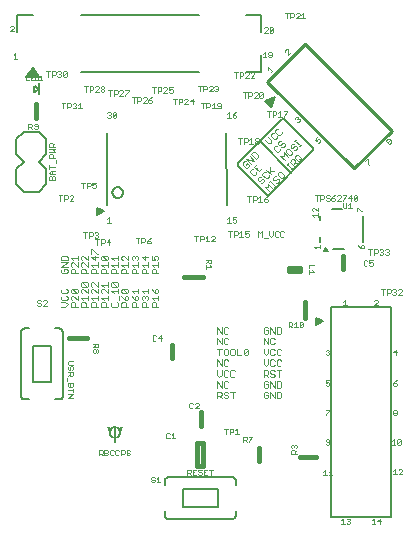
<source format=gto>
G75*
G70*
%OFA0B0*%
%FSLAX24Y24*%
%IPPOS*%
%LPD*%
%AMOC8*
5,1,8,0,0,1.08239X$1,22.5*
%
%ADD10C,0.0020*%
%ADD11C,0.0060*%
%ADD12C,0.0040*%
%ADD13C,0.0080*%
%ADD14C,0.0160*%
%ADD15C,0.0010*%
%ADD16R,0.0040X0.0005*%
%ADD17R,0.0045X0.0005*%
%ADD18R,0.0085X0.0005*%
%ADD19R,0.0125X0.0005*%
%ADD20R,0.0165X0.0005*%
%ADD21R,0.0190X0.0005*%
%ADD22R,0.0065X0.0005*%
%ADD23R,0.0050X0.0005*%
%ADD24R,0.0060X0.0005*%
%ADD25R,0.0070X0.0005*%
%ADD26R,0.0055X0.0005*%
%ADD27R,0.0075X0.0005*%
%ADD28R,0.0080X0.0005*%
%ADD29R,0.0090X0.0005*%
%ADD30R,0.0095X0.0005*%
%ADD31R,0.0100X0.0005*%
%ADD32R,0.0105X0.0005*%
%ADD33R,0.0110X0.0005*%
%ADD34R,0.0115X0.0005*%
%ADD35R,0.0120X0.0005*%
%ADD36R,0.0130X0.0005*%
%ADD37R,0.0135X0.0005*%
%ADD38R,0.0140X0.0005*%
%ADD39R,0.0025X0.0005*%
%ADD40C,0.0050*%
%ADD41C,0.0100*%
D10*
X004157Y006402D02*
X004337Y006402D01*
X004337Y006522D02*
X004157Y006402D01*
X004157Y006522D02*
X004337Y006522D01*
X004337Y006586D02*
X004337Y006706D01*
X004337Y006646D02*
X004157Y006646D01*
X004187Y006770D02*
X004157Y006800D01*
X004157Y006890D01*
X004337Y006890D01*
X004337Y006800D01*
X004307Y006770D01*
X004277Y006770D01*
X004247Y006800D01*
X004247Y006890D01*
X004247Y006800D02*
X004217Y006770D01*
X004187Y006770D01*
X004127Y006954D02*
X004127Y007074D01*
X004157Y007138D02*
X004217Y007198D01*
X004217Y007168D02*
X004217Y007258D01*
X004157Y007258D02*
X004337Y007258D01*
X004337Y007168D01*
X004307Y007138D01*
X004247Y007138D01*
X004217Y007168D01*
X004217Y007322D02*
X004187Y007322D01*
X004157Y007352D01*
X004157Y007412D01*
X004187Y007442D01*
X004187Y007506D02*
X004337Y007506D01*
X004307Y007442D02*
X004277Y007442D01*
X004247Y007412D01*
X004247Y007352D01*
X004217Y007322D01*
X004307Y007322D02*
X004337Y007352D01*
X004337Y007412D01*
X004307Y007442D01*
X004187Y007506D02*
X004157Y007536D01*
X004157Y007597D01*
X004187Y007627D01*
X004337Y007627D01*
X004997Y007922D02*
X004997Y007982D01*
X005027Y008012D01*
X005057Y008012D01*
X005087Y007982D01*
X005087Y007922D01*
X005057Y007892D01*
X005027Y007892D01*
X004997Y007922D01*
X005087Y007922D02*
X005117Y007892D01*
X005147Y007892D01*
X005177Y007922D01*
X005177Y007982D01*
X005147Y008012D01*
X005117Y008012D01*
X005087Y007982D01*
X005087Y008076D02*
X005057Y008106D01*
X005057Y008197D01*
X004997Y008197D02*
X005177Y008197D01*
X005177Y008106D01*
X005147Y008076D01*
X005087Y008076D01*
X005057Y008137D02*
X004997Y008076D01*
X004940Y009437D02*
X004940Y009547D01*
X004977Y009583D01*
X005050Y009583D01*
X005087Y009547D01*
X005087Y009437D01*
X005161Y009437D02*
X004940Y009437D01*
X004825Y009437D02*
X004604Y009437D01*
X004604Y009547D01*
X004641Y009583D01*
X004714Y009583D01*
X004751Y009547D01*
X004751Y009437D01*
X004678Y009658D02*
X004604Y009731D01*
X004825Y009731D01*
X004825Y009658D02*
X004825Y009804D01*
X004825Y009879D02*
X004678Y010025D01*
X004641Y010025D01*
X004604Y009989D01*
X004604Y009915D01*
X004641Y009879D01*
X004489Y009915D02*
X004452Y009879D01*
X004305Y010025D01*
X004452Y010025D01*
X004489Y009989D01*
X004489Y009915D01*
X004452Y009879D02*
X004305Y009879D01*
X004268Y009915D01*
X004268Y009989D01*
X004305Y010025D01*
X004153Y009989D02*
X004116Y010025D01*
X004153Y009989D02*
X004153Y009915D01*
X004116Y009879D01*
X003969Y009879D01*
X003932Y009915D01*
X003932Y009989D01*
X003969Y010025D01*
X003969Y009804D02*
X003932Y009768D01*
X003932Y009694D01*
X003969Y009658D01*
X004116Y009658D01*
X004153Y009694D01*
X004153Y009768D01*
X004116Y009804D01*
X004268Y009768D02*
X004268Y009694D01*
X004305Y009658D01*
X004305Y009583D02*
X004378Y009583D01*
X004415Y009547D01*
X004415Y009437D01*
X004489Y009437D02*
X004268Y009437D01*
X004268Y009547D01*
X004305Y009583D01*
X004153Y009510D02*
X004079Y009583D01*
X003932Y009583D01*
X003932Y009437D02*
X004079Y009437D01*
X004153Y009510D01*
X004268Y009768D02*
X004305Y009804D01*
X004342Y009804D01*
X004489Y009658D01*
X004489Y009804D01*
X004641Y010100D02*
X004604Y010136D01*
X004604Y010210D01*
X004641Y010246D01*
X004788Y010100D01*
X004825Y010136D01*
X004825Y010210D01*
X004788Y010246D01*
X004641Y010246D01*
X004641Y010100D02*
X004788Y010100D01*
X004825Y010025D02*
X004825Y009879D01*
X004940Y009915D02*
X004977Y009879D01*
X004940Y009915D02*
X004940Y009989D01*
X004977Y010025D01*
X005014Y010025D01*
X005161Y009879D01*
X005161Y010025D01*
X005161Y010100D02*
X005014Y010246D01*
X004977Y010246D01*
X004940Y010210D01*
X004940Y010136D01*
X004977Y010100D01*
X004940Y009731D02*
X005161Y009731D01*
X005161Y009658D02*
X005161Y009804D01*
X005276Y009731D02*
X005497Y009731D01*
X005497Y009658D02*
X005497Y009804D01*
X005497Y009879D02*
X005350Y010025D01*
X005313Y010025D01*
X005276Y009989D01*
X005276Y009915D01*
X005313Y009879D01*
X005276Y009731D02*
X005350Y009658D01*
X005386Y009583D02*
X005423Y009547D01*
X005423Y009437D01*
X005497Y009437D02*
X005276Y009437D01*
X005276Y009547D01*
X005313Y009583D01*
X005386Y009583D01*
X005612Y009547D02*
X005612Y009473D01*
X005649Y009437D01*
X005796Y009437D01*
X005833Y009473D01*
X005833Y009547D01*
X005796Y009583D01*
X005869Y009658D02*
X005869Y009804D01*
X005948Y009804D02*
X005985Y009731D01*
X006058Y009658D01*
X006058Y009768D01*
X006095Y009804D01*
X006132Y009804D01*
X006169Y009768D01*
X006169Y009694D01*
X006132Y009658D01*
X006058Y009658D01*
X006058Y009583D02*
X006095Y009547D01*
X006095Y009437D01*
X006169Y009437D02*
X005948Y009437D01*
X005948Y009547D01*
X005985Y009583D01*
X006058Y009583D01*
X005985Y009879D02*
X005948Y009915D01*
X005948Y009989D01*
X005985Y010025D01*
X006132Y009879D01*
X006169Y009915D01*
X006169Y009989D01*
X006132Y010025D01*
X005985Y010025D01*
X005985Y009879D02*
X006132Y009879D01*
X006284Y009952D02*
X006505Y009952D01*
X006505Y009879D02*
X006505Y010025D01*
X006620Y009952D02*
X006694Y009879D01*
X006694Y009804D02*
X006730Y009768D01*
X006767Y009804D01*
X006804Y009804D01*
X006841Y009768D01*
X006841Y009694D01*
X006804Y009658D01*
X006730Y009731D02*
X006730Y009768D01*
X006694Y009804D02*
X006657Y009804D01*
X006620Y009768D01*
X006620Y009694D01*
X006657Y009658D01*
X006657Y009583D02*
X006730Y009583D01*
X006767Y009547D01*
X006767Y009437D01*
X006841Y009437D02*
X006620Y009437D01*
X006620Y009547D01*
X006657Y009583D01*
X006505Y009694D02*
X006505Y009768D01*
X006468Y009804D01*
X006431Y009804D01*
X006394Y009768D01*
X006394Y009658D01*
X006468Y009658D01*
X006505Y009694D01*
X006394Y009658D02*
X006321Y009731D01*
X006284Y009804D01*
X006358Y009879D02*
X006284Y009952D01*
X006620Y009952D02*
X006841Y009952D01*
X006841Y009879D02*
X006841Y010025D01*
X006956Y010025D02*
X006993Y009952D01*
X007066Y009879D01*
X007066Y009989D01*
X007103Y010025D01*
X007140Y010025D01*
X007177Y009989D01*
X007177Y009915D01*
X007140Y009879D01*
X007066Y009879D01*
X007177Y009804D02*
X007177Y009658D01*
X007177Y009731D02*
X006956Y009731D01*
X007030Y009658D01*
X006993Y009583D02*
X007066Y009583D01*
X007103Y009547D01*
X007103Y009437D01*
X007177Y009437D02*
X006956Y009437D01*
X006956Y009547D01*
X006993Y009583D01*
X006505Y009437D02*
X006284Y009437D01*
X006284Y009547D01*
X006321Y009583D01*
X006394Y009583D01*
X006431Y009547D01*
X006431Y009437D01*
X005833Y009879D02*
X005833Y010025D01*
X005833Y009952D02*
X005612Y009952D01*
X005686Y009879D01*
X005497Y009879D02*
X005497Y010025D01*
X005497Y010100D02*
X005497Y010246D01*
X005497Y010173D02*
X005276Y010173D01*
X005350Y010100D01*
X005161Y010100D02*
X005161Y010246D01*
X005161Y010541D02*
X004940Y010541D01*
X004940Y010652D01*
X004977Y010688D01*
X005050Y010688D01*
X005087Y010652D01*
X005087Y010541D01*
X005276Y010541D02*
X005276Y010652D01*
X005313Y010688D01*
X005386Y010688D01*
X005423Y010652D01*
X005423Y010541D01*
X005497Y010541D02*
X005276Y010541D01*
X005350Y010762D02*
X005276Y010836D01*
X005497Y010836D01*
X005497Y010909D02*
X005497Y010762D01*
X005612Y010836D02*
X005833Y010836D01*
X005833Y010909D02*
X005833Y010762D01*
X005759Y010652D02*
X005759Y010541D01*
X005833Y010541D02*
X005612Y010541D01*
X005612Y010652D01*
X005649Y010688D01*
X005722Y010688D01*
X005759Y010652D01*
X005686Y010762D02*
X005612Y010836D01*
X005686Y010983D02*
X005612Y011057D01*
X005833Y011057D01*
X005833Y011130D02*
X005833Y010983D01*
X005948Y011020D02*
X005985Y010983D01*
X005948Y011020D02*
X005948Y011094D01*
X005985Y011130D01*
X006022Y011130D01*
X006169Y010983D01*
X006169Y011130D01*
X006284Y011094D02*
X006321Y011130D01*
X006358Y011130D01*
X006394Y011094D01*
X006431Y011130D01*
X006468Y011130D01*
X006505Y011094D01*
X006505Y011020D01*
X006468Y010983D01*
X006505Y010909D02*
X006505Y010762D01*
X006505Y010836D02*
X006284Y010836D01*
X006358Y010762D01*
X006394Y010688D02*
X006431Y010652D01*
X006431Y010541D01*
X006505Y010541D02*
X006284Y010541D01*
X006284Y010652D01*
X006321Y010688D01*
X006394Y010688D01*
X006169Y010762D02*
X006169Y010909D01*
X006169Y010836D02*
X005948Y010836D01*
X006022Y010762D01*
X006058Y010688D02*
X006095Y010652D01*
X006095Y010541D01*
X006169Y010541D02*
X005948Y010541D01*
X005948Y010652D01*
X005985Y010688D01*
X006058Y010688D01*
X006321Y010983D02*
X006284Y011020D01*
X006284Y011094D01*
X006394Y011094D02*
X006394Y011057D01*
X006620Y011094D02*
X006730Y010983D01*
X006730Y011130D01*
X006620Y011094D02*
X006841Y011094D01*
X006956Y011130D02*
X006956Y010983D01*
X007066Y010983D01*
X007030Y011057D01*
X007030Y011094D01*
X007066Y011130D01*
X007140Y011130D01*
X007177Y011094D01*
X007177Y011020D01*
X007140Y010983D01*
X007177Y010909D02*
X007177Y010762D01*
X007177Y010836D02*
X006956Y010836D01*
X007030Y010762D01*
X006993Y010688D02*
X007066Y010688D01*
X007103Y010652D01*
X007103Y010541D01*
X007177Y010541D02*
X006956Y010541D01*
X006956Y010652D01*
X006993Y010688D01*
X006841Y010762D02*
X006841Y010909D01*
X006841Y010836D02*
X006620Y010836D01*
X006694Y010762D01*
X006657Y010688D02*
X006730Y010688D01*
X006767Y010652D01*
X006767Y010541D01*
X006841Y010541D02*
X006620Y010541D01*
X006620Y010652D01*
X006657Y010688D01*
X005833Y010210D02*
X005833Y010136D01*
X005796Y010100D01*
X005649Y010246D01*
X005796Y010246D01*
X005833Y010210D01*
X005796Y010100D02*
X005649Y010100D01*
X005612Y010136D01*
X005612Y010210D01*
X005649Y010246D01*
X005649Y009583D02*
X005612Y009547D01*
X005014Y009658D02*
X004940Y009731D01*
X004825Y010541D02*
X004604Y010541D01*
X004604Y010652D01*
X004641Y010688D01*
X004714Y010688D01*
X004751Y010652D01*
X004751Y010541D01*
X004825Y010762D02*
X004678Y010909D01*
X004641Y010909D01*
X004604Y010873D01*
X004604Y010799D01*
X004641Y010762D01*
X004489Y010762D02*
X004489Y010909D01*
X004489Y010983D02*
X004489Y011130D01*
X004489Y011057D02*
X004268Y011057D01*
X004342Y010983D01*
X004342Y010909D02*
X004305Y010909D01*
X004268Y010873D01*
X004268Y010799D01*
X004305Y010762D01*
X004305Y010688D02*
X004378Y010688D01*
X004415Y010652D01*
X004415Y010541D01*
X004489Y010541D02*
X004268Y010541D01*
X004268Y010652D01*
X004305Y010688D01*
X004153Y010652D02*
X004116Y010688D01*
X004042Y010688D01*
X004042Y010615D01*
X003969Y010688D02*
X003932Y010652D01*
X003932Y010578D01*
X003969Y010541D01*
X004116Y010541D01*
X004153Y010578D01*
X004153Y010652D01*
X004153Y010762D02*
X003932Y010762D01*
X004153Y010909D01*
X003932Y010909D01*
X003932Y010983D02*
X003932Y011094D01*
X003969Y011130D01*
X004116Y011130D01*
X004153Y011094D01*
X004153Y010983D01*
X003932Y010983D01*
X004342Y010909D02*
X004489Y010762D01*
X004641Y010983D02*
X004604Y011020D01*
X004604Y011094D01*
X004641Y011130D01*
X004678Y011130D01*
X004825Y010983D01*
X004825Y011130D01*
X004940Y011094D02*
X005050Y010983D01*
X005050Y011130D01*
X005124Y011204D02*
X005161Y011204D01*
X005124Y011204D02*
X004977Y011351D01*
X004940Y011351D01*
X004940Y011204D01*
X004940Y011094D02*
X005161Y011094D01*
X005276Y011094D02*
X005313Y011130D01*
X005460Y010983D01*
X005497Y011020D01*
X005497Y011094D01*
X005460Y011130D01*
X005313Y011130D01*
X005276Y011094D02*
X005276Y011020D01*
X005313Y010983D01*
X005460Y010983D01*
X005161Y010909D02*
X005161Y010762D01*
X005161Y010836D02*
X004940Y010836D01*
X005014Y010762D01*
X004825Y010762D02*
X004825Y010909D01*
X005472Y012234D02*
X005592Y012234D01*
X005532Y012234D02*
X005532Y012415D01*
X005472Y012355D01*
X003755Y014214D02*
X003755Y014334D01*
X003725Y014398D02*
X003544Y014398D01*
X003544Y014488D01*
X003574Y014518D01*
X003634Y014518D01*
X003664Y014488D01*
X003664Y014398D01*
X003725Y014582D02*
X003544Y014582D01*
X003544Y014702D02*
X003725Y014702D01*
X003664Y014642D01*
X003725Y014582D01*
X003725Y014766D02*
X003544Y014766D01*
X003544Y014856D01*
X003574Y014886D01*
X003634Y014886D01*
X003664Y014856D01*
X003664Y014766D01*
X003664Y014826D02*
X003725Y014886D01*
X003153Y015387D02*
X003153Y015507D01*
X003122Y015537D01*
X003062Y015537D01*
X003032Y015507D01*
X003032Y015477D01*
X003062Y015447D01*
X003153Y015447D01*
X003153Y015387D02*
X003122Y015357D01*
X003062Y015357D01*
X003032Y015387D01*
X002968Y015357D02*
X002908Y015417D01*
X002938Y015417D02*
X002848Y015417D01*
X002848Y015357D02*
X002848Y015537D01*
X002938Y015537D01*
X002968Y015507D01*
X002968Y015447D01*
X002938Y015417D01*
X003544Y014150D02*
X003544Y014030D01*
X003544Y014090D02*
X003725Y014090D01*
X003725Y013966D02*
X003604Y013966D01*
X003544Y013905D01*
X003604Y013845D01*
X003725Y013845D01*
X003694Y013781D02*
X003725Y013751D01*
X003725Y013661D01*
X003544Y013661D01*
X003544Y013751D01*
X003574Y013781D01*
X003604Y013781D01*
X003634Y013751D01*
X003634Y013661D01*
X003634Y013751D02*
X003664Y013781D01*
X003694Y013781D01*
X003634Y013845D02*
X003634Y013966D01*
X005472Y015764D02*
X005502Y015734D01*
X005562Y015734D01*
X005592Y015764D01*
X005592Y015794D01*
X005562Y015825D01*
X005532Y015825D01*
X005562Y015825D02*
X005592Y015855D01*
X005592Y015885D01*
X005562Y015915D01*
X005502Y015915D01*
X005472Y015885D01*
X005656Y015885D02*
X005656Y015764D01*
X005776Y015885D01*
X005776Y015764D01*
X005746Y015734D01*
X005686Y015734D01*
X005656Y015764D01*
X005656Y015885D02*
X005686Y015915D01*
X005746Y015915D01*
X005776Y015885D01*
X002473Y017707D02*
X002355Y017707D01*
X002414Y017707D02*
X002414Y017884D01*
X002355Y017825D01*
X002355Y018613D02*
X002237Y018613D01*
X002355Y018731D01*
X002355Y018760D01*
X002326Y018790D01*
X002267Y018790D01*
X002237Y018760D01*
X008768Y011001D02*
X008948Y011001D01*
X008948Y010911D01*
X008918Y010881D01*
X008858Y010881D01*
X008828Y010911D01*
X008828Y011001D01*
X008828Y010941D02*
X008768Y010881D01*
X008768Y010817D02*
X008768Y010697D01*
X008768Y010757D02*
X008948Y010757D01*
X008888Y010817D01*
X009472Y012234D02*
X009592Y012234D01*
X009532Y012234D02*
X009532Y012415D01*
X009472Y012355D01*
X009656Y012325D02*
X009716Y012355D01*
X009746Y012355D01*
X009776Y012325D01*
X009776Y012264D01*
X009746Y012234D01*
X009686Y012234D01*
X009656Y012264D01*
X009656Y012325D02*
X009656Y012415D01*
X009776Y012415D01*
X010721Y013436D02*
X010825Y013436D01*
X010825Y013540D01*
X010980Y013384D01*
X011033Y013437D02*
X011085Y013489D01*
X011059Y013463D02*
X010903Y013619D01*
X010877Y013593D02*
X010929Y013645D01*
X011007Y013671D02*
X011007Y013723D01*
X011059Y013775D01*
X011111Y013775D01*
X011164Y013827D02*
X011267Y013723D01*
X011319Y013723D01*
X011371Y013775D01*
X011371Y013827D01*
X011267Y013931D01*
X011215Y013931D01*
X011164Y013879D01*
X011164Y013827D01*
X011189Y013697D02*
X011215Y013671D01*
X011215Y013619D01*
X011163Y013567D01*
X011111Y013567D01*
X011085Y013645D02*
X011137Y013697D01*
X011189Y013697D01*
X011085Y013645D02*
X011033Y013645D01*
X011007Y013671D01*
X010856Y013769D02*
X010856Y013821D01*
X010856Y013769D02*
X010804Y013717D01*
X010752Y013717D01*
X010649Y013821D01*
X010649Y013873D01*
X010700Y013925D01*
X010752Y013925D01*
X010779Y014003D02*
X010935Y013848D01*
X010883Y013900D02*
X010883Y014107D01*
X010883Y013952D02*
X011038Y013952D01*
X010700Y013665D02*
X010700Y013613D01*
X010648Y013561D01*
X010596Y013561D01*
X010570Y013639D02*
X010622Y013691D01*
X010674Y013691D01*
X010700Y013665D01*
X010570Y013639D02*
X010518Y013639D01*
X010492Y013665D01*
X010492Y013717D01*
X010544Y013769D01*
X010596Y013769D01*
X010445Y013868D02*
X010445Y013920D01*
X010445Y013868D02*
X010393Y013816D01*
X010341Y013816D01*
X010238Y013920D01*
X010238Y013971D01*
X010290Y014023D01*
X010341Y014023D01*
X010368Y014102D02*
X010524Y013946D01*
X010627Y014050D01*
X010498Y014076D02*
X010446Y014024D01*
X010368Y014102D02*
X010472Y014206D01*
X010373Y014304D02*
X010217Y014460D01*
X010270Y014513D02*
X010348Y014590D01*
X010399Y014590D01*
X010503Y014487D01*
X010503Y014435D01*
X010425Y014357D01*
X010270Y014513D01*
X010113Y014356D02*
X010373Y014304D01*
X010269Y014201D02*
X010113Y014356D01*
X010087Y014278D02*
X010035Y014278D01*
X009983Y014226D01*
X009983Y014174D01*
X010087Y014070D01*
X010139Y014070D01*
X010191Y014122D01*
X010191Y014174D01*
X010139Y014226D01*
X010087Y014174D01*
X010721Y013436D02*
X010877Y013281D01*
X011606Y014010D02*
X011658Y014062D01*
X011632Y014036D02*
X011476Y014192D01*
X011450Y014166D02*
X011502Y014218D01*
X011554Y014270D02*
X011632Y014348D01*
X011684Y014348D01*
X011736Y014296D01*
X011736Y014244D01*
X011658Y014166D01*
X011710Y014218D02*
X011814Y014218D01*
X011840Y014296D02*
X011892Y014296D01*
X011944Y014348D01*
X011944Y014400D01*
X011840Y014504D01*
X011788Y014504D01*
X011736Y014452D01*
X011736Y014400D01*
X011840Y014296D01*
X011866Y014374D02*
X011970Y014374D01*
X011742Y014655D02*
X011690Y014655D01*
X011742Y014655D02*
X011794Y014707D01*
X011794Y014759D01*
X011768Y014785D01*
X011716Y014785D01*
X011664Y014733D01*
X011612Y014733D01*
X011586Y014759D01*
X011586Y014811D01*
X011638Y014863D01*
X011690Y014863D01*
X011716Y014941D02*
X011768Y014993D01*
X011742Y014967D02*
X011898Y014811D01*
X011872Y014785D02*
X011924Y014837D01*
X011637Y014603D02*
X011534Y014706D01*
X011482Y014706D01*
X011430Y014654D01*
X011430Y014603D01*
X011534Y014499D01*
X011586Y014499D01*
X011637Y014551D01*
X011637Y014603D01*
X011507Y014420D02*
X011351Y014576D01*
X011351Y014472D01*
X011248Y014472D01*
X011403Y014317D01*
X011554Y014270D02*
X011710Y014114D01*
X011227Y014649D02*
X011227Y014701D01*
X011227Y014649D02*
X011175Y014597D01*
X011123Y014597D01*
X011019Y014701D01*
X011019Y014753D01*
X011071Y014805D01*
X011123Y014805D01*
X011175Y014857D02*
X011201Y014831D01*
X011253Y014831D01*
X011305Y014883D01*
X011357Y014883D01*
X011383Y014857D01*
X011383Y014805D01*
X011331Y014753D01*
X011279Y014753D01*
X011175Y014857D02*
X011175Y014909D01*
X011227Y014961D01*
X011279Y014961D01*
X011128Y015060D02*
X011128Y015112D01*
X011128Y015060D02*
X011076Y015008D01*
X011024Y015008D01*
X010921Y015112D01*
X010921Y015164D01*
X010973Y015215D01*
X011024Y015215D01*
X011077Y015268D02*
X011181Y015164D01*
X011233Y015164D01*
X011285Y015216D01*
X011285Y015268D01*
X011181Y015372D02*
X011129Y015372D01*
X011077Y015320D01*
X011077Y015268D01*
X010842Y015085D02*
X010946Y014981D01*
X010946Y014878D01*
X010842Y014878D01*
X010738Y014981D01*
X011718Y015679D02*
X011718Y015720D01*
X011759Y015762D01*
X011801Y015762D01*
X011822Y015741D01*
X011822Y015700D01*
X011864Y015700D01*
X011884Y015679D01*
X011884Y015637D01*
X011843Y015595D01*
X011801Y015595D01*
X011801Y015679D02*
X011822Y015700D01*
X012476Y015087D02*
X012393Y015004D01*
X012455Y014941D01*
X012476Y015004D01*
X012497Y015024D01*
X012539Y015024D01*
X012580Y014983D01*
X012580Y014941D01*
X012539Y014899D01*
X012497Y014899D01*
X014063Y014280D02*
X014146Y014363D01*
X014167Y014342D01*
X014167Y014175D01*
X014188Y014155D01*
X014863Y014871D02*
X014842Y014892D01*
X014842Y014934D01*
X014884Y014976D01*
X014926Y014976D01*
X014947Y014955D01*
X014947Y014913D01*
X014905Y014871D01*
X014863Y014871D01*
X014842Y014934D02*
X014801Y014934D01*
X014780Y014955D01*
X014780Y014997D01*
X014822Y015038D01*
X014863Y015038D01*
X014884Y015017D01*
X014884Y014976D01*
X013826Y012737D02*
X013947Y012617D01*
X013977Y012617D01*
X013796Y012617D02*
X013796Y012737D01*
X013826Y012737D01*
X013836Y011497D02*
X013866Y011437D01*
X013926Y011377D01*
X013926Y011467D01*
X013957Y011497D01*
X013987Y011497D01*
X014017Y011467D01*
X014017Y011407D01*
X013987Y011377D01*
X013926Y011377D01*
X014053Y010981D02*
X014023Y010951D01*
X014023Y010831D01*
X014053Y010801D01*
X014113Y010801D01*
X014143Y010831D01*
X014207Y010831D02*
X014237Y010801D01*
X014297Y010801D01*
X014327Y010831D01*
X014327Y010891D01*
X014297Y010921D01*
X014267Y010921D01*
X014207Y010891D01*
X014207Y010981D01*
X014327Y010981D01*
X014143Y010951D02*
X014113Y010981D01*
X014053Y010981D01*
X014402Y009654D02*
X014372Y009625D01*
X014402Y009654D02*
X014461Y009654D01*
X014490Y009625D01*
X014490Y009595D01*
X014372Y009477D01*
X014490Y009477D01*
X013467Y009477D02*
X013349Y009477D01*
X013408Y009477D02*
X013408Y009654D01*
X013349Y009595D01*
X012371Y010586D02*
X012191Y010586D01*
X012191Y010646D02*
X012191Y010526D01*
X012311Y010646D02*
X012371Y010586D01*
X012371Y010830D02*
X012191Y010830D01*
X012191Y010710D01*
X012436Y011377D02*
X012376Y011437D01*
X012557Y011437D01*
X012557Y011377D02*
X012557Y011497D01*
X012487Y012427D02*
X012487Y012547D01*
X012487Y012487D02*
X012306Y012487D01*
X012366Y012427D01*
X012336Y012611D02*
X012306Y012641D01*
X012306Y012701D01*
X012336Y012731D01*
X012366Y012731D01*
X012487Y012611D01*
X012487Y012731D01*
X009746Y015734D02*
X009776Y015764D01*
X009776Y015794D01*
X009746Y015825D01*
X009656Y015825D01*
X009656Y015764D01*
X009686Y015734D01*
X009746Y015734D01*
X009656Y015825D02*
X009716Y015885D01*
X009776Y015915D01*
X009592Y015734D02*
X009472Y015734D01*
X009532Y015734D02*
X009532Y015915D01*
X009472Y015855D01*
X010931Y017245D02*
X011014Y017328D01*
X010973Y017286D02*
X010848Y017412D01*
X010848Y017328D01*
X010873Y017746D02*
X010932Y017746D01*
X010962Y017776D01*
X010962Y017894D01*
X010932Y017923D01*
X010873Y017923D01*
X010844Y017894D01*
X010844Y017864D01*
X010873Y017835D01*
X010962Y017835D01*
X010873Y017746D02*
X010844Y017776D01*
X010780Y017746D02*
X010662Y017746D01*
X010721Y017746D02*
X010721Y017923D01*
X010662Y017864D01*
X010702Y018573D02*
X010820Y018691D01*
X010820Y018721D01*
X010790Y018750D01*
X010731Y018750D01*
X010702Y018721D01*
X010702Y018573D02*
X010820Y018573D01*
X010883Y018603D02*
X011001Y018721D01*
X011001Y018603D01*
X010971Y018573D01*
X010912Y018573D01*
X010883Y018603D01*
X010883Y018721D01*
X010912Y018750D01*
X010971Y018750D01*
X011001Y018721D01*
X011453Y018017D02*
X011411Y017975D01*
X011411Y017934D01*
X011453Y018017D02*
X011495Y018017D01*
X011516Y017996D01*
X011516Y017829D01*
X011599Y017913D01*
X011517Y008927D02*
X011607Y008927D01*
X011637Y008897D01*
X011637Y008837D01*
X011607Y008807D01*
X011517Y008807D01*
X011577Y008807D02*
X011637Y008747D01*
X011701Y008747D02*
X011821Y008747D01*
X011761Y008747D02*
X011761Y008927D01*
X011701Y008867D01*
X011517Y008927D02*
X011517Y008747D01*
X011272Y008720D02*
X011236Y008757D01*
X011125Y008757D01*
X011125Y008537D01*
X011236Y008537D01*
X011272Y008573D01*
X011272Y008720D01*
X011051Y008757D02*
X011051Y008537D01*
X010904Y008757D01*
X010904Y008537D01*
X010830Y008573D02*
X010830Y008647D01*
X010757Y008647D01*
X010830Y008720D02*
X010794Y008757D01*
X010720Y008757D01*
X010683Y008720D01*
X010683Y008573D01*
X010720Y008537D01*
X010794Y008537D01*
X010830Y008573D01*
X010830Y008397D02*
X010830Y008177D01*
X010683Y008397D01*
X010683Y008177D01*
X010683Y008037D02*
X010683Y007890D01*
X010757Y007817D01*
X010830Y007890D01*
X010830Y008037D01*
X010904Y008000D02*
X010904Y007853D01*
X010941Y007817D01*
X011015Y007817D01*
X011051Y007853D01*
X011125Y007853D02*
X011125Y008000D01*
X011162Y008037D01*
X011236Y008037D01*
X011272Y008000D01*
X011272Y007853D02*
X011236Y007817D01*
X011162Y007817D01*
X011125Y007853D01*
X011051Y008000D02*
X011015Y008037D01*
X010941Y008037D01*
X010904Y008000D01*
X010941Y008177D02*
X011015Y008177D01*
X011051Y008213D01*
X010941Y008177D02*
X010904Y008213D01*
X010904Y008360D01*
X010941Y008397D01*
X011015Y008397D01*
X011051Y008360D01*
X011015Y007677D02*
X010941Y007677D01*
X010904Y007640D01*
X010904Y007493D01*
X010941Y007457D01*
X011015Y007457D01*
X011051Y007493D01*
X011125Y007493D02*
X011125Y007640D01*
X011162Y007677D01*
X011236Y007677D01*
X011272Y007640D01*
X011272Y007493D02*
X011236Y007457D01*
X011162Y007457D01*
X011125Y007493D01*
X011051Y007640D02*
X011015Y007677D01*
X010830Y007677D02*
X010830Y007530D01*
X010757Y007457D01*
X010683Y007530D01*
X010683Y007677D01*
X010683Y007317D02*
X010794Y007317D01*
X010830Y007280D01*
X010830Y007207D01*
X010794Y007170D01*
X010683Y007170D01*
X010683Y007097D02*
X010683Y007317D01*
X010757Y007170D02*
X010830Y007097D01*
X010904Y007133D02*
X010941Y007097D01*
X011015Y007097D01*
X011051Y007133D01*
X011051Y007170D01*
X011015Y007207D01*
X010941Y007207D01*
X010904Y007243D01*
X010904Y007280D01*
X010941Y007317D01*
X011015Y007317D01*
X011051Y007280D01*
X011125Y007317D02*
X011272Y007317D01*
X011199Y007317D02*
X011199Y007097D01*
X011236Y006957D02*
X011125Y006957D01*
X011125Y006737D01*
X011236Y006737D01*
X011272Y006773D01*
X011272Y006920D01*
X011236Y006957D01*
X011051Y006957D02*
X011051Y006737D01*
X010904Y006957D01*
X010904Y006737D01*
X010830Y006773D02*
X010794Y006737D01*
X010720Y006737D01*
X010683Y006773D01*
X010683Y006920D01*
X010720Y006957D01*
X010794Y006957D01*
X010830Y006920D01*
X010830Y006847D02*
X010757Y006847D01*
X010830Y006847D02*
X010830Y006773D01*
X010794Y006597D02*
X010720Y006597D01*
X010683Y006560D01*
X010683Y006413D01*
X010720Y006377D01*
X010794Y006377D01*
X010830Y006413D01*
X010830Y006487D01*
X010757Y006487D01*
X010830Y006560D02*
X010794Y006597D01*
X010904Y006597D02*
X011051Y006377D01*
X011051Y006597D01*
X011125Y006597D02*
X011125Y006377D01*
X011236Y006377D01*
X011272Y006413D01*
X011272Y006560D01*
X011236Y006597D01*
X011125Y006597D01*
X010904Y006597D02*
X010904Y006377D01*
X009725Y006597D02*
X009579Y006597D01*
X009652Y006597D02*
X009652Y006377D01*
X009504Y006413D02*
X009468Y006377D01*
X009394Y006377D01*
X009358Y006413D01*
X009394Y006487D02*
X009358Y006523D01*
X009358Y006560D01*
X009394Y006597D01*
X009468Y006597D01*
X009504Y006560D01*
X009468Y006487D02*
X009504Y006450D01*
X009504Y006413D01*
X009468Y006487D02*
X009394Y006487D01*
X009283Y006487D02*
X009283Y006560D01*
X009247Y006597D01*
X009137Y006597D01*
X009137Y006377D01*
X009137Y006450D02*
X009247Y006450D01*
X009283Y006487D01*
X009210Y006450D02*
X009283Y006377D01*
X009283Y006737D02*
X009283Y006957D01*
X009358Y006920D02*
X009358Y006773D01*
X009394Y006737D01*
X009468Y006737D01*
X009504Y006773D01*
X009504Y006920D02*
X009468Y006957D01*
X009394Y006957D01*
X009358Y006920D01*
X009394Y007097D02*
X009358Y007133D01*
X009358Y007280D01*
X009394Y007317D01*
X009468Y007317D01*
X009504Y007280D01*
X009579Y007280D02*
X009579Y007133D01*
X009615Y007097D01*
X009689Y007097D01*
X009725Y007133D01*
X009725Y007280D02*
X009689Y007317D01*
X009615Y007317D01*
X009579Y007280D01*
X009504Y007133D02*
X009468Y007097D01*
X009394Y007097D01*
X009283Y007170D02*
X009283Y007317D01*
X009283Y007457D02*
X009283Y007677D01*
X009358Y007640D02*
X009358Y007493D01*
X009394Y007457D01*
X009468Y007457D01*
X009504Y007493D01*
X009504Y007640D02*
X009468Y007677D01*
X009394Y007677D01*
X009358Y007640D01*
X009394Y007817D02*
X009358Y007853D01*
X009358Y008000D01*
X009394Y008037D01*
X009468Y008037D01*
X009504Y008000D01*
X009504Y007853D01*
X009468Y007817D01*
X009394Y007817D01*
X009579Y007853D02*
X009579Y008000D01*
X009615Y008037D01*
X009689Y008037D01*
X009725Y008000D01*
X009725Y007853D01*
X009689Y007817D01*
X009615Y007817D01*
X009579Y007853D01*
X009800Y007817D02*
X009800Y008037D01*
X009800Y007817D02*
X009946Y007817D01*
X010021Y007853D02*
X010021Y008000D01*
X010057Y008037D01*
X010131Y008037D01*
X010167Y008000D01*
X010021Y007853D01*
X010057Y007817D01*
X010131Y007817D01*
X010167Y007853D01*
X010167Y008000D01*
X009504Y008213D02*
X009468Y008177D01*
X009394Y008177D01*
X009358Y008213D01*
X009358Y008360D01*
X009394Y008397D01*
X009468Y008397D01*
X009504Y008360D01*
X009468Y008537D02*
X009504Y008573D01*
X009468Y008537D02*
X009394Y008537D01*
X009358Y008573D01*
X009358Y008720D01*
X009394Y008757D01*
X009468Y008757D01*
X009504Y008720D01*
X009283Y008757D02*
X009283Y008537D01*
X009137Y008757D01*
X009137Y008537D01*
X009137Y008397D02*
X009283Y008177D01*
X009283Y008397D01*
X009137Y008397D02*
X009137Y008177D01*
X009137Y008037D02*
X009283Y008037D01*
X009210Y008037D02*
X009210Y007817D01*
X009137Y007677D02*
X009283Y007457D01*
X009137Y007457D02*
X009137Y007677D01*
X009137Y007317D02*
X009137Y007170D01*
X009210Y007097D01*
X009283Y007170D01*
X009137Y006957D02*
X009283Y006737D01*
X009137Y006737D02*
X009137Y006957D01*
X008487Y006231D02*
X008427Y006231D01*
X008397Y006201D01*
X008333Y006201D02*
X008303Y006231D01*
X008242Y006231D01*
X008212Y006201D01*
X008212Y006081D01*
X008242Y006051D01*
X008303Y006051D01*
X008333Y006081D01*
X008397Y006051D02*
X008517Y006171D01*
X008517Y006201D01*
X008487Y006231D01*
X008517Y006051D02*
X008397Y006051D01*
X007682Y005224D02*
X007682Y005043D01*
X007622Y005043D02*
X007742Y005043D01*
X007622Y005164D02*
X007682Y005224D01*
X007558Y005194D02*
X007528Y005224D01*
X007468Y005224D01*
X007438Y005194D01*
X007438Y005074D01*
X007468Y005043D01*
X007528Y005043D01*
X007558Y005074D01*
X008137Y004007D02*
X008227Y004007D01*
X008257Y003977D01*
X008257Y003917D01*
X008227Y003887D01*
X008137Y003887D01*
X008197Y003887D02*
X008257Y003827D01*
X008321Y003827D02*
X008321Y004007D01*
X008441Y004007D01*
X008505Y003977D02*
X008505Y003947D01*
X008535Y003917D01*
X008595Y003917D01*
X008625Y003887D01*
X008625Y003857D01*
X008595Y003827D01*
X008535Y003827D01*
X008505Y003857D01*
X008441Y003827D02*
X008321Y003827D01*
X008321Y003917D02*
X008381Y003917D01*
X008505Y003977D02*
X008535Y004007D01*
X008595Y004007D01*
X008625Y003977D01*
X008689Y004007D02*
X008689Y003827D01*
X008809Y003827D01*
X008749Y003917D02*
X008689Y003917D01*
X008689Y004007D02*
X008809Y004007D01*
X008873Y004007D02*
X008993Y004007D01*
X008933Y004007D02*
X008933Y003827D01*
X008137Y003827D02*
X008137Y004007D01*
X007240Y003584D02*
X007120Y003584D01*
X007180Y003584D02*
X007180Y003764D01*
X007120Y003704D01*
X007056Y003734D02*
X007026Y003764D01*
X006965Y003764D01*
X006935Y003734D01*
X006935Y003704D01*
X006965Y003674D01*
X007026Y003674D01*
X007056Y003644D01*
X007056Y003614D01*
X007026Y003584D01*
X006965Y003584D01*
X006935Y003614D01*
X010008Y004927D02*
X010008Y005107D01*
X010098Y005107D01*
X010128Y005077D01*
X010128Y005017D01*
X010098Y004987D01*
X010008Y004987D01*
X010068Y004987D02*
X010128Y004927D01*
X010192Y004927D02*
X010192Y004957D01*
X010313Y005077D01*
X010313Y005107D01*
X010192Y005107D01*
X011616Y004802D02*
X011616Y004742D01*
X011646Y004712D01*
X011646Y004648D02*
X011706Y004648D01*
X011737Y004618D01*
X011737Y004528D01*
X011797Y004528D02*
X011616Y004528D01*
X011616Y004618D01*
X011646Y004648D01*
X011737Y004588D02*
X011797Y004648D01*
X011767Y004712D02*
X011797Y004742D01*
X011797Y004802D01*
X011767Y004833D01*
X011737Y004833D01*
X011706Y004802D01*
X011706Y004772D01*
X011706Y004802D02*
X011676Y004833D01*
X011646Y004833D01*
X011616Y004802D01*
X012758Y004861D02*
X012788Y004832D01*
X012847Y004832D01*
X012876Y004861D01*
X012876Y004979D01*
X012847Y005009D01*
X012788Y005009D01*
X012758Y004979D01*
X012758Y004950D01*
X012788Y004920D01*
X012876Y004920D01*
X012920Y003985D02*
X012920Y003808D01*
X012861Y003808D02*
X012979Y003808D01*
X012861Y003926D02*
X012920Y003985D01*
X012738Y003985D02*
X012738Y003808D01*
X012679Y003808D02*
X012797Y003808D01*
X012679Y003926D02*
X012738Y003985D01*
X013329Y002371D02*
X013270Y002312D01*
X013329Y002371D02*
X013329Y002194D01*
X013270Y002194D02*
X013388Y002194D01*
X013451Y002223D02*
X013481Y002194D01*
X013540Y002194D01*
X013569Y002223D01*
X013569Y002253D01*
X013540Y002282D01*
X013510Y002282D01*
X013540Y002282D02*
X013569Y002312D01*
X013569Y002341D01*
X013540Y002371D01*
X013481Y002371D01*
X013451Y002341D01*
X014293Y002312D02*
X014352Y002371D01*
X014352Y002194D01*
X014293Y002194D02*
X014411Y002194D01*
X014475Y002282D02*
X014593Y002282D01*
X014563Y002194D02*
X014563Y002371D01*
X014475Y002282D01*
X015002Y003848D02*
X015120Y003848D01*
X015061Y003848D02*
X015061Y004025D01*
X015002Y003966D01*
X015183Y003995D02*
X015213Y004025D01*
X015272Y004025D01*
X015301Y003995D01*
X015301Y003966D01*
X015183Y003848D01*
X015301Y003848D01*
X015233Y004832D02*
X015174Y004832D01*
X015144Y004861D01*
X015262Y004979D01*
X015262Y004861D01*
X015233Y004832D01*
X015144Y004861D02*
X015144Y004979D01*
X015174Y005009D01*
X015233Y005009D01*
X015262Y004979D01*
X015081Y004832D02*
X014963Y004832D01*
X015022Y004832D02*
X015022Y005009D01*
X014963Y004950D01*
X015032Y005816D02*
X015002Y005846D01*
X015002Y005875D01*
X015032Y005905D01*
X015091Y005905D01*
X015120Y005875D01*
X015120Y005846D01*
X015091Y005816D01*
X015032Y005816D01*
X015032Y005905D02*
X015002Y005934D01*
X015002Y005964D01*
X015032Y005993D01*
X015091Y005993D01*
X015120Y005964D01*
X015120Y005934D01*
X015091Y005905D01*
X015091Y006800D02*
X015120Y006830D01*
X015120Y006859D01*
X015091Y006889D01*
X015002Y006889D01*
X015002Y006830D01*
X015032Y006800D01*
X015091Y006800D01*
X015002Y006889D02*
X015061Y006948D01*
X015120Y006977D01*
X015091Y007824D02*
X015091Y008001D01*
X015002Y007912D01*
X015120Y007912D01*
X012876Y007883D02*
X012876Y007853D01*
X012847Y007824D01*
X012788Y007824D01*
X012758Y007853D01*
X012817Y007912D02*
X012847Y007912D01*
X012876Y007883D01*
X012847Y007912D02*
X012876Y007942D01*
X012876Y007971D01*
X012847Y008001D01*
X012788Y008001D01*
X012758Y007971D01*
X012758Y006977D02*
X012758Y006889D01*
X012817Y006918D01*
X012847Y006918D01*
X012876Y006889D01*
X012876Y006830D01*
X012847Y006800D01*
X012788Y006800D01*
X012758Y006830D01*
X012758Y006977D02*
X012876Y006977D01*
X012876Y005993D02*
X012758Y005993D01*
X012876Y005993D02*
X012876Y005964D01*
X012758Y005846D01*
X012758Y005816D01*
X011975Y008747D02*
X011915Y008747D01*
X011885Y008777D01*
X012005Y008897D01*
X012005Y008777D01*
X011975Y008747D01*
X011885Y008777D02*
X011885Y008897D01*
X011915Y008927D01*
X011975Y008927D01*
X012005Y008897D01*
X007290Y008390D02*
X007170Y008390D01*
X007260Y008480D01*
X007260Y008299D01*
X007106Y008329D02*
X007076Y008299D01*
X007016Y008299D01*
X006986Y008329D01*
X006986Y008450D01*
X007016Y008480D01*
X007076Y008480D01*
X007106Y008450D01*
X003450Y009474D02*
X003330Y009474D01*
X003450Y009594D01*
X003450Y009624D01*
X003420Y009654D01*
X003360Y009654D01*
X003330Y009624D01*
X003266Y009624D02*
X003236Y009654D01*
X003175Y009654D01*
X003145Y009624D01*
X003145Y009594D01*
X003175Y009564D01*
X003236Y009564D01*
X003266Y009534D01*
X003266Y009504D01*
X003236Y009474D01*
X003175Y009474D01*
X003145Y009504D01*
D11*
X005472Y012826D02*
X005472Y015227D01*
X005642Y013244D02*
X005644Y013270D01*
X005650Y013296D01*
X005659Y013320D01*
X005672Y013343D01*
X005688Y013364D01*
X005707Y013382D01*
X005728Y013398D01*
X005752Y013410D01*
X005776Y013418D01*
X005802Y013423D01*
X005829Y013424D01*
X005855Y013421D01*
X005880Y013414D01*
X005904Y013404D01*
X005927Y013390D01*
X005947Y013374D01*
X005964Y013354D01*
X005979Y013332D01*
X005990Y013308D01*
X005998Y013283D01*
X006002Y013257D01*
X006002Y013231D01*
X005998Y013205D01*
X005990Y013180D01*
X005979Y013156D01*
X005964Y013134D01*
X005947Y013114D01*
X005927Y013098D01*
X005904Y013084D01*
X005880Y013074D01*
X005855Y013067D01*
X005829Y013064D01*
X005802Y013065D01*
X005776Y013070D01*
X005752Y013078D01*
X005728Y013090D01*
X005707Y013106D01*
X005688Y013124D01*
X005672Y013145D01*
X005659Y013168D01*
X005650Y013192D01*
X005644Y013218D01*
X005642Y013244D01*
X009452Y012826D02*
X009448Y015229D01*
X009827Y014227D02*
X009827Y014127D01*
X010797Y013157D01*
X010857Y013157D01*
X012347Y014647D01*
X012347Y014717D01*
X011357Y015707D01*
X011307Y015707D01*
X009827Y014227D01*
X010557Y014947D02*
X011607Y013897D01*
D12*
X012747Y011417D02*
X012667Y011277D01*
X012827Y011277D01*
X012747Y011417D01*
X012762Y011389D02*
X012731Y011389D01*
X012709Y011351D02*
X012784Y011351D01*
X012806Y011312D02*
X012687Y011312D01*
D13*
X012567Y011607D02*
X012567Y011767D01*
X012567Y012317D02*
X012567Y012467D01*
X012967Y012677D02*
X013307Y012677D01*
X013987Y012467D02*
X013987Y011607D01*
X013377Y011367D02*
X012987Y011367D01*
X003435Y013511D02*
X003435Y014011D01*
X003185Y014261D01*
X003435Y014511D01*
X003435Y015011D01*
X003185Y015261D01*
X002685Y015261D01*
X002435Y015011D01*
X002435Y014511D01*
X002685Y014261D01*
X002435Y014011D01*
X002435Y013511D01*
X002685Y013261D01*
X003185Y013261D01*
X003435Y013511D01*
X003183Y016515D02*
X003183Y016697D01*
X003061Y016605D01*
X003047Y016597D02*
X003047Y016787D01*
X003061Y016783D02*
X003177Y016707D01*
X003183Y016697D02*
X003183Y016878D01*
D14*
X003097Y016197D02*
X003097Y015737D01*
X008037Y010437D02*
X008657Y010437D01*
X007627Y008167D02*
X007627Y007717D01*
X008607Y005937D02*
X008607Y005467D01*
X008667Y004907D02*
X008457Y004907D01*
X008457Y004117D01*
X008667Y004117D01*
X008667Y004907D01*
X010547Y004737D02*
X010547Y004297D01*
X011887Y004437D02*
X012447Y004437D01*
X012057Y009067D02*
X012057Y009577D01*
X011897Y010637D02*
X011547Y010637D01*
X011547Y010737D01*
X011897Y010737D01*
X011897Y010637D01*
X013327Y010687D02*
X013327Y011127D01*
X004797Y008407D02*
X004187Y008407D01*
D15*
X005145Y011492D02*
X005145Y011682D01*
X005145Y011732D02*
X005082Y011732D01*
X005050Y011763D01*
X004992Y011827D02*
X004961Y011795D01*
X004866Y011795D01*
X004866Y011732D02*
X004866Y011922D01*
X004961Y011922D01*
X004992Y011890D01*
X004992Y011827D01*
X005050Y011890D02*
X005082Y011922D01*
X005145Y011922D01*
X005177Y011890D01*
X005177Y011858D01*
X005145Y011827D01*
X005177Y011795D01*
X005177Y011763D01*
X005145Y011732D01*
X005082Y011682D02*
X005208Y011682D01*
X005266Y011682D02*
X005361Y011682D01*
X005392Y011650D01*
X005392Y011587D01*
X005361Y011555D01*
X005266Y011555D01*
X005266Y011492D02*
X005266Y011682D01*
X005145Y011827D02*
X005113Y011827D01*
X004808Y011922D02*
X004682Y011922D01*
X004745Y011922D02*
X004745Y011732D01*
X005450Y011587D02*
X005577Y011587D01*
X005545Y011682D02*
X005450Y011587D01*
X005545Y011492D02*
X005545Y011682D01*
X006422Y011732D02*
X006548Y011732D01*
X006606Y011732D02*
X006606Y011542D01*
X006606Y011605D02*
X006701Y011605D01*
X006732Y011637D01*
X006732Y011700D01*
X006701Y011732D01*
X006606Y011732D01*
X006485Y011732D02*
X006485Y011542D01*
X006790Y011573D02*
X006822Y011542D01*
X006885Y011542D01*
X006917Y011573D01*
X006917Y011605D01*
X006885Y011637D01*
X006790Y011637D01*
X006790Y011573D01*
X006790Y011637D02*
X006853Y011700D01*
X006917Y011732D01*
X008382Y011802D02*
X008508Y011802D01*
X008566Y011802D02*
X008661Y011802D01*
X008692Y011770D01*
X008692Y011707D01*
X008661Y011675D01*
X008566Y011675D01*
X008566Y011612D02*
X008566Y011802D01*
X008445Y011802D02*
X008445Y011612D01*
X008750Y011612D02*
X008877Y011612D01*
X008934Y011612D02*
X009061Y011738D01*
X009061Y011770D01*
X009029Y011802D01*
X008966Y011802D01*
X008934Y011770D01*
X008813Y011802D02*
X008813Y011612D01*
X008934Y011612D02*
X009061Y011612D01*
X008813Y011802D02*
X008750Y011738D01*
X009512Y011957D02*
X009638Y011957D01*
X009696Y011957D02*
X009696Y011767D01*
X009696Y011830D02*
X009791Y011830D01*
X009822Y011862D01*
X009822Y011925D01*
X009791Y011957D01*
X009696Y011957D01*
X009575Y011957D02*
X009575Y011767D01*
X009880Y011767D02*
X010007Y011767D01*
X009943Y011767D02*
X009943Y011957D01*
X009880Y011893D01*
X010064Y011862D02*
X010064Y011957D01*
X010191Y011957D01*
X010159Y011893D02*
X010191Y011862D01*
X010191Y011798D01*
X010159Y011767D01*
X010096Y011767D01*
X010064Y011798D01*
X010064Y011862D02*
X010127Y011893D01*
X010159Y011893D01*
X010512Y011947D02*
X010575Y011883D01*
X010638Y011947D01*
X010638Y011757D01*
X010696Y011725D02*
X010822Y011725D01*
X010880Y011820D02*
X010943Y011757D01*
X011007Y011820D01*
X011007Y011947D01*
X011064Y011915D02*
X011064Y011788D01*
X011096Y011757D01*
X011159Y011757D01*
X011191Y011788D01*
X011248Y011788D02*
X011280Y011757D01*
X011343Y011757D01*
X011375Y011788D01*
X011248Y011788D02*
X011248Y011915D01*
X011280Y011947D01*
X011343Y011947D01*
X011375Y011915D01*
X011191Y011915D02*
X011159Y011947D01*
X011096Y011947D01*
X011064Y011915D01*
X010880Y011947D02*
X010880Y011820D01*
X010512Y011757D02*
X010512Y011947D01*
X010510Y012922D02*
X010637Y012922D01*
X010573Y012922D02*
X010573Y013112D01*
X010510Y013048D01*
X010452Y013017D02*
X010421Y012985D01*
X010326Y012985D01*
X010326Y012922D02*
X010326Y013112D01*
X010421Y013112D01*
X010452Y013080D01*
X010452Y013017D01*
X010268Y013112D02*
X010142Y013112D01*
X010205Y013112D02*
X010205Y012922D01*
X010694Y012953D02*
X010726Y012922D01*
X010789Y012922D01*
X010821Y012953D01*
X010821Y012985D01*
X010789Y013017D01*
X010694Y013017D01*
X010694Y012953D01*
X010694Y013017D02*
X010757Y013080D01*
X010821Y013112D01*
X010489Y014862D02*
X010426Y014862D01*
X010394Y014893D01*
X010394Y014925D01*
X010426Y014957D01*
X010489Y014957D01*
X010521Y014925D01*
X010521Y014893D01*
X010489Y014862D01*
X010489Y014957D02*
X010521Y014988D01*
X010521Y015020D01*
X010489Y015052D01*
X010426Y015052D01*
X010394Y015020D01*
X010394Y014988D01*
X010426Y014957D01*
X010337Y014862D02*
X010210Y014862D01*
X010273Y014862D02*
X010273Y015052D01*
X010210Y014988D01*
X010152Y014957D02*
X010121Y014925D01*
X010026Y014925D01*
X010026Y014862D02*
X010026Y015052D01*
X010121Y015052D01*
X010152Y015020D01*
X010152Y014957D01*
X009968Y015052D02*
X009842Y015052D01*
X009905Y015052D02*
X009905Y014862D01*
X010865Y015752D02*
X010865Y015942D01*
X010802Y015942D02*
X010928Y015942D01*
X010986Y015942D02*
X010986Y015752D01*
X010986Y015815D02*
X011081Y015815D01*
X011112Y015847D01*
X011112Y015910D01*
X011081Y015942D01*
X010986Y015942D01*
X011170Y015878D02*
X011233Y015942D01*
X011233Y015752D01*
X011170Y015752D02*
X011297Y015752D01*
X011354Y015752D02*
X011354Y015783D01*
X011481Y015910D01*
X011481Y015942D01*
X011354Y015942D01*
X010671Y016423D02*
X010639Y016392D01*
X010576Y016392D01*
X010544Y016423D01*
X010671Y016550D01*
X010671Y016423D01*
X010544Y016423D02*
X010544Y016550D01*
X010576Y016582D01*
X010639Y016582D01*
X010671Y016550D01*
X010487Y016550D02*
X010455Y016582D01*
X010392Y016582D01*
X010360Y016550D01*
X010302Y016550D02*
X010302Y016487D01*
X010271Y016455D01*
X010176Y016455D01*
X010176Y016392D02*
X010176Y016582D01*
X010271Y016582D01*
X010302Y016550D01*
X010360Y016392D02*
X010487Y016518D01*
X010487Y016550D01*
X010487Y016392D02*
X010360Y016392D01*
X010055Y016392D02*
X010055Y016582D01*
X009992Y016582D02*
X010118Y016582D01*
X010070Y017072D02*
X010197Y017198D01*
X010197Y017230D01*
X010165Y017262D01*
X010102Y017262D01*
X010070Y017230D01*
X010012Y017230D02*
X010012Y017167D01*
X009981Y017135D01*
X009886Y017135D01*
X009886Y017072D02*
X009886Y017262D01*
X009981Y017262D01*
X010012Y017230D01*
X010070Y017072D02*
X010197Y017072D01*
X010254Y017072D02*
X010381Y017198D01*
X010381Y017230D01*
X010349Y017262D01*
X010286Y017262D01*
X010254Y017230D01*
X010254Y017072D02*
X010381Y017072D01*
X009828Y017262D02*
X009702Y017262D01*
X009765Y017262D02*
X009765Y017072D01*
X009171Y016770D02*
X009171Y016738D01*
X009139Y016707D01*
X009171Y016675D01*
X009171Y016643D01*
X009139Y016612D01*
X009076Y016612D01*
X009044Y016643D01*
X008987Y016612D02*
X008860Y016612D01*
X008987Y016738D01*
X008987Y016770D01*
X008955Y016802D01*
X008892Y016802D01*
X008860Y016770D01*
X008802Y016770D02*
X008802Y016707D01*
X008771Y016675D01*
X008676Y016675D01*
X008676Y016612D02*
X008676Y016802D01*
X008771Y016802D01*
X008802Y016770D01*
X008618Y016802D02*
X008492Y016802D01*
X008555Y016802D02*
X008555Y016612D01*
X008319Y016372D02*
X008224Y016277D01*
X008351Y016277D01*
X008319Y016182D02*
X008319Y016372D01*
X008167Y016340D02*
X008135Y016372D01*
X008072Y016372D01*
X008040Y016340D01*
X007982Y016340D02*
X007982Y016277D01*
X007951Y016245D01*
X007856Y016245D01*
X007856Y016182D02*
X007856Y016372D01*
X007951Y016372D01*
X007982Y016340D01*
X008040Y016182D02*
X008167Y016308D01*
X008167Y016340D01*
X008167Y016182D02*
X008040Y016182D01*
X007735Y016182D02*
X007735Y016372D01*
X007672Y016372D02*
X007798Y016372D01*
X007619Y016562D02*
X007556Y016562D01*
X007524Y016593D01*
X007524Y016657D02*
X007587Y016688D01*
X007619Y016688D01*
X007651Y016657D01*
X007651Y016593D01*
X007619Y016562D01*
X007524Y016657D02*
X007524Y016752D01*
X007651Y016752D01*
X007467Y016720D02*
X007435Y016752D01*
X007372Y016752D01*
X007340Y016720D01*
X007282Y016720D02*
X007282Y016657D01*
X007251Y016625D01*
X007156Y016625D01*
X007156Y016562D02*
X007156Y016752D01*
X007251Y016752D01*
X007282Y016720D01*
X007340Y016562D02*
X007467Y016688D01*
X007467Y016720D01*
X007467Y016562D02*
X007340Y016562D01*
X007098Y016752D02*
X006972Y016752D01*
X007035Y016752D02*
X007035Y016562D01*
X006971Y016412D02*
X006907Y016380D01*
X006844Y016317D01*
X006939Y016317D01*
X006971Y016285D01*
X006971Y016253D01*
X006939Y016222D01*
X006876Y016222D01*
X006844Y016253D01*
X006844Y016317D01*
X006787Y016348D02*
X006787Y016380D01*
X006755Y016412D01*
X006692Y016412D01*
X006660Y016380D01*
X006602Y016380D02*
X006602Y016317D01*
X006571Y016285D01*
X006476Y016285D01*
X006476Y016222D02*
X006476Y016412D01*
X006571Y016412D01*
X006602Y016380D01*
X006660Y016222D02*
X006787Y016348D01*
X006787Y016222D02*
X006660Y016222D01*
X006418Y016412D02*
X006292Y016412D01*
X006355Y016412D02*
X006355Y016222D01*
X006064Y016462D02*
X006064Y016493D01*
X006191Y016620D01*
X006191Y016652D01*
X006064Y016652D01*
X006007Y016620D02*
X005975Y016652D01*
X005912Y016652D01*
X005880Y016620D01*
X005822Y016620D02*
X005822Y016557D01*
X005791Y016525D01*
X005696Y016525D01*
X005696Y016462D02*
X005696Y016652D01*
X005791Y016652D01*
X005822Y016620D01*
X005880Y016462D02*
X006007Y016588D01*
X006007Y016620D01*
X006007Y016462D02*
X005880Y016462D01*
X005638Y016652D02*
X005512Y016652D01*
X005575Y016652D02*
X005575Y016462D01*
X005381Y016623D02*
X005381Y016655D01*
X005349Y016687D01*
X005286Y016687D01*
X005254Y016718D01*
X005254Y016750D01*
X005286Y016782D01*
X005349Y016782D01*
X005381Y016750D01*
X005381Y016718D01*
X005349Y016687D01*
X005286Y016687D02*
X005254Y016655D01*
X005254Y016623D01*
X005286Y016592D01*
X005349Y016592D01*
X005381Y016623D01*
X005197Y016592D02*
X005070Y016592D01*
X005197Y016718D01*
X005197Y016750D01*
X005165Y016782D01*
X005102Y016782D01*
X005070Y016750D01*
X005012Y016750D02*
X005012Y016687D01*
X004981Y016655D01*
X004886Y016655D01*
X004886Y016592D02*
X004886Y016782D01*
X004981Y016782D01*
X005012Y016750D01*
X004828Y016782D02*
X004702Y016782D01*
X004765Y016782D02*
X004765Y016592D01*
X004567Y016232D02*
X004504Y016168D01*
X004447Y016168D02*
X004415Y016137D01*
X004447Y016105D01*
X004447Y016073D01*
X004415Y016042D01*
X004352Y016042D01*
X004320Y016073D01*
X004262Y016137D02*
X004231Y016105D01*
X004136Y016105D01*
X004136Y016042D02*
X004136Y016232D01*
X004231Y016232D01*
X004262Y016200D01*
X004262Y016137D01*
X004320Y016200D02*
X004352Y016232D01*
X004415Y016232D01*
X004447Y016200D01*
X004447Y016168D01*
X004415Y016137D02*
X004383Y016137D01*
X004504Y016042D02*
X004631Y016042D01*
X004567Y016042D02*
X004567Y016232D01*
X004078Y016232D02*
X003952Y016232D01*
X004015Y016232D02*
X004015Y016042D01*
X003314Y016977D02*
X003214Y016977D01*
X003264Y016977D02*
X003264Y017127D01*
X003214Y017077D01*
X003166Y017102D02*
X003141Y017127D01*
X003066Y017127D01*
X003066Y016977D01*
X003141Y016977D01*
X003166Y017002D01*
X003166Y017102D01*
X003019Y017127D02*
X002919Y017127D01*
X002919Y016977D01*
X003019Y016977D01*
X002969Y017052D02*
X002919Y017052D01*
X002872Y016977D02*
X002772Y016977D01*
X002772Y017127D01*
X003442Y017282D02*
X003568Y017282D01*
X003626Y017282D02*
X003626Y017092D01*
X003626Y017155D02*
X003721Y017155D01*
X003752Y017187D01*
X003752Y017250D01*
X003721Y017282D01*
X003626Y017282D01*
X003505Y017282D02*
X003505Y017092D01*
X003810Y017123D02*
X003842Y017092D01*
X003905Y017092D01*
X003937Y017123D01*
X003937Y017155D01*
X003905Y017187D01*
X003873Y017187D01*
X003905Y017187D02*
X003937Y017218D01*
X003937Y017250D01*
X003905Y017282D01*
X003842Y017282D01*
X003810Y017250D01*
X003994Y017250D02*
X003994Y017123D01*
X004121Y017250D01*
X004121Y017123D01*
X004089Y017092D01*
X004026Y017092D01*
X003994Y017123D01*
X003994Y017250D02*
X004026Y017282D01*
X004089Y017282D01*
X004121Y017250D01*
X004612Y013572D02*
X004738Y013572D01*
X004796Y013572D02*
X004891Y013572D01*
X004922Y013540D01*
X004922Y013477D01*
X004891Y013445D01*
X004796Y013445D01*
X004796Y013382D02*
X004796Y013572D01*
X004675Y013572D02*
X004675Y013382D01*
X004980Y013413D02*
X005012Y013382D01*
X005075Y013382D01*
X005107Y013413D01*
X005107Y013477D01*
X005075Y013508D01*
X005043Y013508D01*
X004980Y013477D01*
X004980Y013572D01*
X005107Y013572D01*
X004347Y013110D02*
X004347Y013078D01*
X004220Y012952D01*
X004347Y012952D01*
X004347Y013110D02*
X004315Y013142D01*
X004252Y013142D01*
X004220Y013110D01*
X004162Y013110D02*
X004162Y013047D01*
X004131Y013015D01*
X004036Y013015D01*
X004036Y012952D02*
X004036Y013142D01*
X004131Y013142D01*
X004162Y013110D01*
X003978Y013142D02*
X003852Y013142D01*
X003915Y013142D02*
X003915Y012952D01*
X008592Y016232D02*
X008718Y016232D01*
X008776Y016232D02*
X008776Y016042D01*
X008776Y016105D02*
X008871Y016105D01*
X008902Y016137D01*
X008902Y016200D01*
X008871Y016232D01*
X008776Y016232D01*
X008655Y016232D02*
X008655Y016042D01*
X008960Y016042D02*
X009087Y016042D01*
X009023Y016042D02*
X009023Y016232D01*
X008960Y016168D01*
X009144Y016168D02*
X009176Y016137D01*
X009271Y016137D01*
X009271Y016200D02*
X009239Y016232D01*
X009176Y016232D01*
X009144Y016200D01*
X009144Y016168D01*
X009144Y016073D02*
X009176Y016042D01*
X009239Y016042D01*
X009271Y016073D01*
X009271Y016200D01*
X009139Y016707D02*
X009107Y016707D01*
X009044Y016770D02*
X009076Y016802D01*
X009139Y016802D01*
X009171Y016770D01*
X011392Y019232D02*
X011518Y019232D01*
X011576Y019232D02*
X011576Y019042D01*
X011576Y019105D02*
X011671Y019105D01*
X011702Y019137D01*
X011702Y019200D01*
X011671Y019232D01*
X011576Y019232D01*
X011455Y019232D02*
X011455Y019042D01*
X011760Y019042D02*
X011887Y019168D01*
X011887Y019200D01*
X011855Y019232D01*
X011792Y019232D01*
X011760Y019200D01*
X011760Y019042D02*
X011887Y019042D01*
X011944Y019042D02*
X012071Y019042D01*
X012007Y019042D02*
X012007Y019232D01*
X011944Y019168D01*
X012397Y013152D02*
X012523Y013152D01*
X012581Y013152D02*
X012676Y013152D01*
X012707Y013120D01*
X012707Y013057D01*
X012676Y013025D01*
X012581Y013025D01*
X012581Y012962D02*
X012581Y013152D01*
X012460Y013152D02*
X012460Y012962D01*
X012765Y012993D02*
X012797Y012962D01*
X012860Y012962D01*
X012892Y012993D01*
X012892Y013025D01*
X012860Y013057D01*
X012797Y013057D01*
X012765Y013088D01*
X012765Y013120D01*
X012797Y013152D01*
X012860Y013152D01*
X012892Y013120D01*
X012949Y013057D02*
X013044Y013057D01*
X013076Y013025D01*
X013076Y012993D01*
X013044Y012962D01*
X012981Y012962D01*
X012949Y012993D01*
X012949Y013057D01*
X013012Y013120D01*
X013076Y013152D01*
X013133Y013120D02*
X013165Y013152D01*
X013228Y013152D01*
X013260Y013120D01*
X013260Y013088D01*
X013133Y012962D01*
X013260Y012962D01*
X013317Y012962D02*
X013317Y012993D01*
X013444Y013120D01*
X013444Y013152D01*
X013317Y013152D01*
X013501Y013057D02*
X013628Y013057D01*
X013686Y013120D02*
X013686Y012993D01*
X013812Y013120D01*
X013812Y012993D01*
X013781Y012962D01*
X013717Y012962D01*
X013686Y012993D01*
X013597Y012962D02*
X013597Y013152D01*
X013501Y013057D01*
X013448Y012902D02*
X013448Y012743D01*
X013417Y012712D01*
X013353Y012712D01*
X013322Y012743D01*
X013322Y012902D01*
X013506Y012838D02*
X013569Y012902D01*
X013569Y012712D01*
X013506Y012712D02*
X013632Y012712D01*
X013686Y013120D02*
X013717Y013152D01*
X013781Y013152D01*
X013812Y013120D01*
X014182Y011352D02*
X014308Y011352D01*
X014366Y011352D02*
X014461Y011352D01*
X014492Y011320D01*
X014492Y011257D01*
X014461Y011225D01*
X014366Y011225D01*
X014366Y011162D02*
X014366Y011352D01*
X014245Y011352D02*
X014245Y011162D01*
X014550Y011193D02*
X014582Y011162D01*
X014645Y011162D01*
X014677Y011193D01*
X014677Y011225D01*
X014645Y011257D01*
X014613Y011257D01*
X014645Y011257D02*
X014677Y011288D01*
X014677Y011320D01*
X014645Y011352D01*
X014582Y011352D01*
X014550Y011320D01*
X014734Y011320D02*
X014766Y011352D01*
X014829Y011352D01*
X014861Y011320D01*
X014861Y011288D01*
X014829Y011257D01*
X014861Y011225D01*
X014861Y011193D01*
X014829Y011162D01*
X014766Y011162D01*
X014734Y011193D01*
X014797Y011257D02*
X014829Y011257D01*
X014796Y010022D02*
X014891Y010022D01*
X014922Y009990D01*
X014922Y009927D01*
X014891Y009895D01*
X014796Y009895D01*
X014796Y009832D02*
X014796Y010022D01*
X014738Y010022D02*
X014612Y010022D01*
X014675Y010022D02*
X014675Y009832D01*
X014980Y009863D02*
X015012Y009832D01*
X015075Y009832D01*
X015107Y009863D01*
X015107Y009895D01*
X015075Y009927D01*
X015043Y009927D01*
X015075Y009927D02*
X015107Y009958D01*
X015107Y009990D01*
X015075Y010022D01*
X015012Y010022D01*
X014980Y009990D01*
X015164Y009990D02*
X015196Y010022D01*
X015259Y010022D01*
X015291Y009990D01*
X015291Y009958D01*
X015164Y009832D01*
X015291Y009832D01*
X009867Y005182D02*
X009740Y005182D01*
X009803Y005182D02*
X009803Y005372D01*
X009740Y005308D01*
X009682Y005277D02*
X009651Y005245D01*
X009556Y005245D01*
X009556Y005182D02*
X009556Y005372D01*
X009651Y005372D01*
X009682Y005340D01*
X009682Y005277D01*
X009498Y005372D02*
X009372Y005372D01*
X009435Y005372D02*
X009435Y005182D01*
X006244Y004635D02*
X006212Y004667D01*
X006149Y004667D01*
X006117Y004635D01*
X006117Y004603D01*
X006149Y004572D01*
X006212Y004572D01*
X006244Y004540D01*
X006244Y004508D01*
X006212Y004477D01*
X006149Y004477D01*
X006117Y004508D01*
X006060Y004572D02*
X006028Y004540D01*
X005933Y004540D01*
X005933Y004477D02*
X005933Y004667D01*
X006028Y004667D01*
X006060Y004635D01*
X006060Y004572D01*
X005876Y004635D02*
X005844Y004667D01*
X005781Y004667D01*
X005749Y004635D01*
X005749Y004508D01*
X005781Y004477D01*
X005844Y004477D01*
X005876Y004508D01*
X005692Y004508D02*
X005660Y004477D01*
X005597Y004477D01*
X005565Y004508D01*
X005565Y004635D01*
X005597Y004667D01*
X005660Y004667D01*
X005692Y004635D01*
X005507Y004635D02*
X005507Y004603D01*
X005476Y004572D01*
X005381Y004572D01*
X005323Y004572D02*
X005292Y004540D01*
X005197Y004540D01*
X005260Y004540D02*
X005323Y004477D01*
X005381Y004477D02*
X005476Y004477D01*
X005507Y004508D01*
X005507Y004540D01*
X005476Y004572D01*
X005507Y004635D02*
X005476Y004667D01*
X005381Y004667D01*
X005381Y004477D01*
X005323Y004572D02*
X005323Y004635D01*
X005292Y004667D01*
X005197Y004667D01*
X005197Y004477D01*
D16*
X005729Y004882D03*
X005729Y004897D03*
X005729Y004902D03*
X005729Y004907D03*
X005729Y004912D03*
X005729Y004917D03*
X005729Y004922D03*
X005729Y004927D03*
X005729Y004932D03*
X005729Y004957D03*
X005729Y004962D03*
X005729Y004967D03*
X005729Y004972D03*
X005729Y004977D03*
X005729Y004982D03*
X005729Y004987D03*
X005729Y004992D03*
X005729Y004997D03*
X005729Y005002D03*
X005729Y005007D03*
X005729Y005012D03*
X005729Y005067D03*
X005729Y005072D03*
X005729Y005082D03*
X005729Y005087D03*
X005729Y005092D03*
X005729Y005097D03*
X005729Y005102D03*
X005729Y005107D03*
X005729Y005112D03*
X005729Y005117D03*
X005729Y005122D03*
X005729Y005127D03*
X005729Y005132D03*
X005729Y005137D03*
X005729Y005142D03*
X005729Y005147D03*
X005729Y005152D03*
X005729Y005157D03*
X005729Y005162D03*
X005729Y005167D03*
X005729Y005187D03*
X005729Y005192D03*
X005729Y005197D03*
X005729Y005202D03*
X005729Y005207D03*
X005729Y005212D03*
X005729Y005217D03*
X005729Y005222D03*
X005729Y005227D03*
X005729Y005232D03*
X005729Y005237D03*
X005729Y005242D03*
X005729Y005247D03*
X005729Y005252D03*
X005729Y005257D03*
X005729Y005262D03*
X005729Y005267D03*
X005729Y005272D03*
X005729Y005277D03*
X005729Y005282D03*
X005729Y005287D03*
X005729Y005292D03*
X005729Y005297D03*
X005729Y005327D03*
X005729Y005332D03*
X005729Y005337D03*
X005729Y005342D03*
X005729Y005347D03*
X005729Y005352D03*
X005729Y005357D03*
X005729Y005362D03*
X005729Y005367D03*
X005729Y005372D03*
X005729Y005382D03*
X005729Y005387D03*
X005794Y005402D03*
D17*
X005727Y005397D03*
X005727Y005392D03*
X005727Y005377D03*
X005727Y005417D03*
X005727Y005322D03*
X005727Y005317D03*
X005727Y005312D03*
X005727Y005307D03*
X005727Y005302D03*
X005727Y005182D03*
X005727Y005177D03*
X005727Y005172D03*
X005727Y005077D03*
X005727Y005037D03*
X005727Y005032D03*
X005727Y005027D03*
X005727Y005022D03*
X005727Y005017D03*
X005727Y004952D03*
X005727Y004947D03*
X005727Y004942D03*
X005727Y004937D03*
X005727Y004892D03*
X005727Y004887D03*
D18*
X005727Y005042D03*
X005897Y005202D03*
X005897Y005207D03*
X005897Y005212D03*
X005897Y005217D03*
X005897Y005222D03*
X005897Y005227D03*
X005557Y005227D03*
X005557Y005232D03*
X005557Y005222D03*
X005557Y005217D03*
D19*
X005562Y005337D03*
X005727Y005047D03*
X005897Y005342D03*
D20*
X005727Y005052D03*
D21*
X005729Y005057D03*
D22*
X005802Y005062D03*
X005827Y005077D03*
X005832Y005082D03*
X005857Y005107D03*
X005592Y005112D03*
X005587Y005117D03*
X005587Y005122D03*
X005582Y005127D03*
X005577Y005137D03*
X005632Y005382D03*
X005662Y005397D03*
D23*
X005634Y005072D03*
X005729Y005062D03*
D24*
X005654Y005062D03*
X005644Y005067D03*
X005614Y005087D03*
X005604Y005097D03*
X005599Y005102D03*
X005594Y005107D03*
X005819Y005072D03*
X005844Y005367D03*
X005839Y005372D03*
X005824Y005382D03*
X005649Y005392D03*
X005639Y005387D03*
X005624Y005377D03*
X005619Y005372D03*
X005614Y005367D03*
X005609Y005362D03*
D25*
X005524Y005367D03*
X005484Y005402D03*
X005569Y005157D03*
X005569Y005152D03*
X005574Y005147D03*
X005574Y005142D03*
X005579Y005132D03*
X005809Y005067D03*
X005839Y005087D03*
X005844Y005092D03*
X005849Y005097D03*
X005854Y005102D03*
X005859Y005112D03*
X005864Y005117D03*
X005874Y005132D03*
X005934Y005372D03*
X005944Y005387D03*
X005974Y005402D03*
D26*
X005847Y005362D03*
X005832Y005377D03*
X005817Y005387D03*
X005807Y005392D03*
X005802Y005397D03*
X005612Y005092D03*
X005622Y005082D03*
X005627Y005077D03*
D27*
X005567Y005162D03*
X005567Y005167D03*
X005562Y005187D03*
X005562Y005192D03*
X005527Y005362D03*
X005522Y005372D03*
X005517Y005377D03*
X005517Y005382D03*
X005512Y005387D03*
X005712Y005412D03*
X005927Y005362D03*
X005932Y005367D03*
X005937Y005377D03*
X005942Y005382D03*
X005952Y005392D03*
X005887Y005162D03*
X005882Y005152D03*
X005882Y005147D03*
X005877Y005137D03*
X005872Y005127D03*
X005867Y005122D03*
D28*
X005879Y005142D03*
X005884Y005157D03*
X005889Y005167D03*
X005889Y005172D03*
X005894Y005177D03*
X005894Y005182D03*
X005894Y005187D03*
X005894Y005192D03*
X005894Y005197D03*
X005564Y005182D03*
X005564Y005177D03*
X005564Y005172D03*
X005559Y005197D03*
X005559Y005202D03*
X005559Y005207D03*
X005559Y005212D03*
X005504Y005392D03*
D29*
X005554Y005257D03*
X005554Y005252D03*
X005554Y005247D03*
X005554Y005242D03*
X005554Y005237D03*
X005704Y005407D03*
X005899Y005247D03*
X005899Y005242D03*
X005899Y005237D03*
X005899Y005232D03*
X005969Y005397D03*
D30*
X005902Y005297D03*
X005902Y005292D03*
X005902Y005287D03*
X005902Y005282D03*
X005902Y005277D03*
X005902Y005272D03*
X005902Y005267D03*
X005902Y005262D03*
X005902Y005257D03*
X005902Y005252D03*
X005557Y005262D03*
X005557Y005267D03*
X005557Y005272D03*
X005557Y005277D03*
X005557Y005282D03*
X005487Y005397D03*
D31*
X005554Y005297D03*
X005554Y005292D03*
X005554Y005287D03*
D32*
X005557Y005302D03*
X005557Y005307D03*
X005697Y005402D03*
X005902Y005312D03*
X005902Y005307D03*
X005902Y005302D03*
D33*
X005899Y005317D03*
X005899Y005322D03*
X005559Y005317D03*
X005559Y005312D03*
D34*
X005557Y005322D03*
X005897Y005327D03*
D35*
X005899Y005332D03*
X005899Y005337D03*
X005559Y005332D03*
X005559Y005327D03*
D36*
X005559Y005342D03*
X005894Y005347D03*
D37*
X005562Y005347D03*
D38*
X005564Y005352D03*
X005564Y005357D03*
X005894Y005357D03*
X005894Y005352D03*
D39*
X005787Y005407D03*
D40*
X002863Y006345D02*
X002706Y006345D01*
X002706Y006346D02*
X002689Y006347D01*
X002672Y006352D01*
X002657Y006359D01*
X002643Y006369D01*
X002631Y006381D01*
X002621Y006395D01*
X002614Y006410D01*
X002609Y006427D01*
X002608Y006444D01*
X002608Y008609D01*
X002609Y008626D01*
X002614Y008643D01*
X002621Y008658D01*
X002631Y008672D01*
X002643Y008684D01*
X002657Y008694D01*
X002672Y008701D01*
X002689Y008706D01*
X002706Y008707D01*
X002706Y008708D02*
X002863Y008708D01*
X003001Y008117D02*
X003592Y008117D01*
X003592Y006936D01*
X003001Y006936D01*
X003001Y008117D01*
X003730Y008708D02*
X003887Y008708D01*
X003907Y008703D01*
X003926Y008694D01*
X003943Y008683D01*
X003958Y008668D01*
X003970Y008651D01*
X003979Y008632D01*
X003985Y008612D01*
X003987Y008591D01*
X003985Y008570D01*
X003986Y008570D02*
X003986Y006444D01*
X003985Y006444D02*
X003984Y006427D01*
X003979Y006410D01*
X003972Y006395D01*
X003962Y006381D01*
X003950Y006369D01*
X003936Y006359D01*
X003921Y006352D01*
X003904Y006347D01*
X003887Y006346D01*
X003887Y006345D02*
X003730Y006345D01*
X007395Y003647D02*
X007395Y003490D01*
X007396Y003647D02*
X007397Y003664D01*
X007402Y003681D01*
X007409Y003696D01*
X007419Y003710D01*
X007431Y003722D01*
X007445Y003732D01*
X007460Y003739D01*
X007477Y003744D01*
X007494Y003745D01*
X007494Y003746D02*
X009659Y003746D01*
X009659Y003745D02*
X009676Y003744D01*
X009693Y003739D01*
X009708Y003732D01*
X009722Y003722D01*
X009734Y003710D01*
X009744Y003696D01*
X009751Y003681D01*
X009756Y003664D01*
X009757Y003647D01*
X009758Y003647D02*
X009758Y003490D01*
X009167Y003352D02*
X009167Y002761D01*
X007986Y002761D01*
X007986Y003352D01*
X009167Y003352D01*
X009758Y002623D02*
X009758Y002466D01*
X009753Y002446D01*
X009744Y002427D01*
X009733Y002410D01*
X009718Y002395D01*
X009701Y002383D01*
X009682Y002374D01*
X009662Y002368D01*
X009641Y002366D01*
X009620Y002368D01*
X007494Y002368D01*
X007477Y002369D01*
X007460Y002374D01*
X007445Y002381D01*
X007431Y002391D01*
X007419Y002403D01*
X007409Y002417D01*
X007402Y002432D01*
X007397Y002449D01*
X007396Y002466D01*
X007395Y002466D02*
X007395Y002623D01*
X012433Y008838D02*
X012433Y009074D01*
X012669Y008956D01*
X012433Y008838D01*
X012433Y008844D02*
X012445Y008844D01*
X012433Y008892D02*
X012542Y008892D01*
X012639Y008941D02*
X012433Y008941D01*
X012433Y008989D02*
X012602Y008989D01*
X012505Y009038D02*
X012433Y009038D01*
X012929Y009412D02*
X014929Y009412D01*
X014929Y002412D01*
X012929Y002412D01*
X012929Y009412D01*
X010948Y016078D02*
X011059Y016412D01*
X010725Y016301D01*
X010948Y016078D01*
X010961Y016119D02*
X010907Y016119D01*
X010859Y016167D02*
X010977Y016167D01*
X010994Y016216D02*
X010810Y016216D01*
X010762Y016264D02*
X011010Y016264D01*
X011026Y016313D02*
X010760Y016313D01*
X010906Y016361D02*
X011042Y016361D01*
X011051Y016410D02*
X011058Y016410D01*
X010613Y017264D02*
X010101Y017264D01*
X010613Y017264D02*
X010613Y017815D01*
X010613Y018603D02*
X010613Y019154D01*
X010101Y019154D01*
X008526Y019154D02*
X004589Y019154D01*
X004589Y017264D02*
X008526Y017264D01*
X005360Y012622D02*
X005123Y012740D01*
X005123Y012504D01*
X005360Y012622D01*
X005351Y012627D02*
X005123Y012627D01*
X005123Y012675D02*
X005254Y012675D01*
X005272Y012578D02*
X005123Y012578D01*
X005123Y012530D02*
X005175Y012530D01*
X005157Y012724D02*
X005123Y012724D01*
X003211Y017106D02*
X002778Y017106D01*
X003015Y017382D01*
X003211Y017106D01*
X003189Y017137D02*
X002805Y017137D01*
X002846Y017186D02*
X003155Y017186D01*
X003120Y017234D02*
X002888Y017234D01*
X002929Y017283D02*
X003086Y017283D01*
X003051Y017331D02*
X002971Y017331D01*
X003012Y017380D02*
X003016Y017380D01*
X002463Y018603D02*
X002463Y019154D01*
X003015Y019154D01*
D41*
X010813Y016940D02*
X013709Y014044D01*
X014968Y015303D01*
X012072Y018199D01*
X010813Y016940D01*
M02*

</source>
